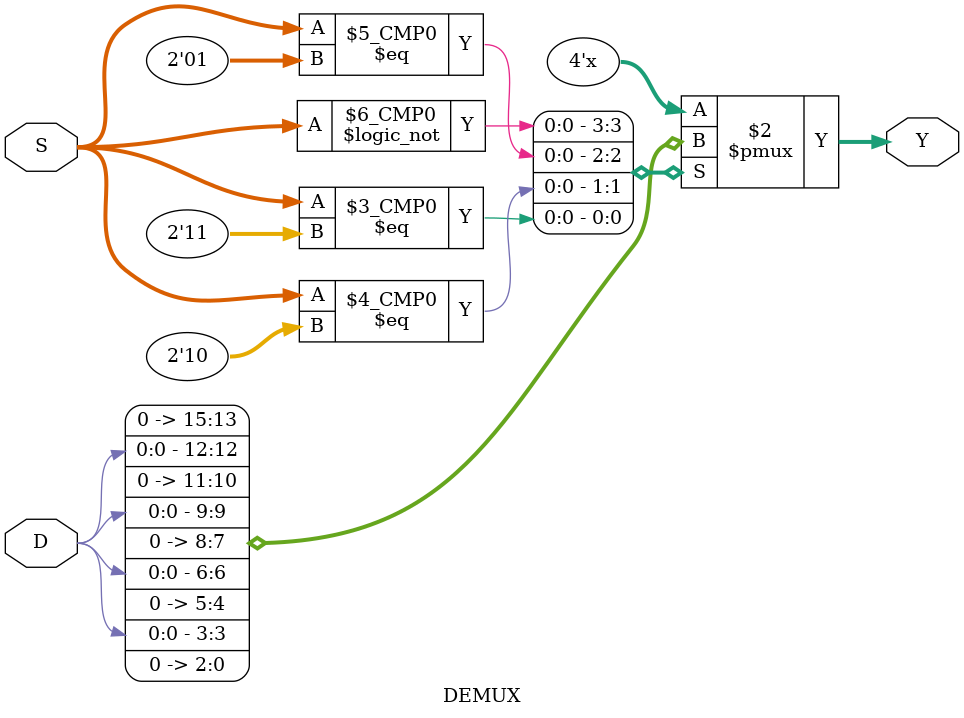
<source format=v>
module DEMUX(input D, input [1:0] S, output reg [3:0] Y);
always @(*) begin
    case (S)
        2'b00:     Y = {3'b000, D};
        2'b01:     Y = {2'b00, D, 1'b0};
        2'b10:     Y = {1'b0, D, 2'b00};
        2'b11:     Y = {D, 3'b000};
        default:   Y = 4'b0000;
    endcase
end
endmodule
</source>
